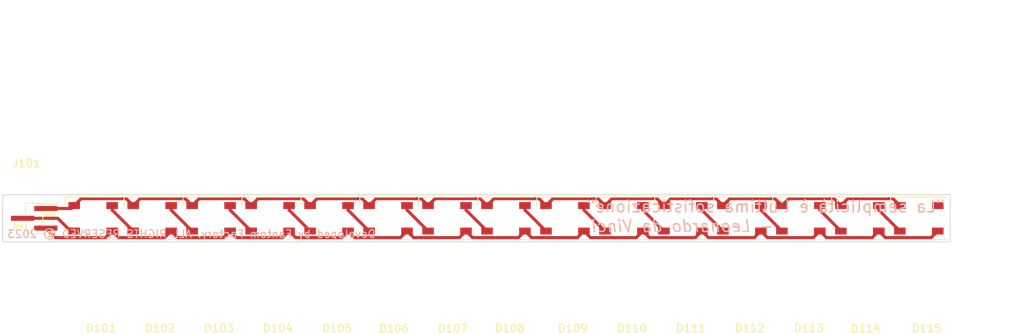
<source format=kicad_pcb>
(kicad_pcb (version 20211014) (generator pcbnew)
  (layers (0 "F.Cu" signal) (31 "B.Cu" signal) (34 "B.Paste" user) (35 "F.Paste" user) (36 "B.SilkS" user "B.Silkscreen") (37 "F.SilkS" user "F.Silkscreen") (38 "B.Mask" user) (39 "F.Mask" user) (44 "Edge.Cuts" user))
  (net 0 "")
  (net 1 "Net-(D101-Pad1)")
  (net 2 "Net-(D101-Pad2)")
  (net 3 "Net-(D101-Pad3)")
  (net 4 "Net-(D101-Pad4)")
  (net 5 "Net-(D102-Pad2)")
  (net 6 "Net-(D103-Pad2)")
  (net 7 "Net-(D104-Pad2)")
  (net 8 "Net-(D105-Pad2)")
  (net 9 "Net-(D106-Pad2)")
  (net 10 "Net-(D107-Pad2)")
  (net 11 "Net-(D114-Pad2)")
  (net 12 "Net-(D108-Pad2)")
  (net 13 "Net-(D109-Pad2)")
  (net 14 "Net-(D110-Pad2)")
  (net 15 "Net-(D111-Pad2)")
  (net 16 "Net-(D112-Pad2)")
  (net 17 "Net-(D113-Pad2)")
  (footprint "LED_SMD:LED_WS2812B_PLCC4_5.0x5.0mm_P3.2mm" (layer "F.Cu") (at 132.08 86.36 180)
    (fp_text reference "D106" (at -0.762 -14.28 180) (layer "F.SilkS"))
    (fp_text value "WS2812B")
    (fp_line (start -3.65 2.75) (end 3.65 2.75) (layer "F.SilkS") (width 0.12))
    (fp_line (start 3.65 2.75) (end 3.65 1.6) (layer "F.SilkS") (width 0.12))
    (fp_line (start -3.65 -2.75) (end 3.65 -2.75) (layer "F.SilkS") (width 0.12))
    (pad "1" smd rect (at -2.45 -1.65 180) (size 1.5 0.9) (layers "F.Cu" "F.Paste" "F.Mask") (net 1 "Net-(D101-Pad1)"))
    (pad "2" smd rect (at -2.45 1.65 180) (size 1.5 0.9) (layers "F.Cu" "F.Paste" "F.Mask") (net 9 "Net-(D106-Pad2)"))
    (pad "3" smd rect (at 2.45 1.65 180) (size 1.5 0.9) (layers "F.Cu" "F.Paste" "F.Mask") (net 3 "Net-(D101-Pad3)"))
    (pad "4" smd rect (at 2.45 -1.65 180) (size 1.5 0.9) (layers "F.Cu" "F.Paste" "F.Mask") (net 8 "Net-(D105-Pad2)"))
  )
  (footprint "LED_SMD:LED_WS2812B_PLCC4_5.0x5.0mm_P3.2mm" (layer "F.Cu") (at 200.66 86.36 180)
    (fp_text reference "D115" (at -1.016 -14.224) (layer "F.SilkS"))
    (fp_text value "WS2812B")
    (fp_line (start -3.65 2.75) (end 3.65 2.75) (layer "F.SilkS") (width 0.12))
    (fp_line (start 3.65 2.75) (end 3.65 1.6) (layer "F.SilkS") (width 0.12))
    (fp_line (start -3.65 -2.75) (end 3.65 -2.75) (layer "F.SilkS") (width 0.12))
    (pad "1" smd rect (at -2.45 -1.65 180) (size 1.5 0.9) (layers "F.Cu" "F.Paste" "F.Mask") (net 1 "Net-(D101-Pad1)"))
    (pad "2" smd rect (at -2.45 1.65 180) (size 1.5 0.9) (layers "F.Cu" "F.Paste" "F.Mask"))
    (pad "3" smd rect (at 2.45 1.65 180) (size 1.5 0.9) (layers "F.Cu" "F.Paste" "F.Mask") (net 3 "Net-(D101-Pad3)"))
    (pad "4" smd rect (at 2.45 -1.65 180) (size 1.5 0.9) (layers "F.Cu" "F.Paste" "F.Mask") (net 11 "Net-(D114-Pad2)"))
  )
  (footprint "LED_SMD:LED_WS2812B_PLCC4_5.0x5.0mm_P3.2mm" (layer "F.Cu") (at 124.46 86.36 180)
    (fp_text reference "D105" (at -1.016 -14.224) (layer "F.SilkS"))
    (fp_text value "WS2812B")
    (fp_line (start -3.65 -2.75) (end 3.65 -2.75) (layer "F.SilkS") (width 0.12))
    (fp_line (start 3.65 2.75) (end 3.65 1.6) (layer "F.SilkS") (width 0.12))
    (fp_line (start -3.65 2.75) (end 3.65 2.75) (layer "F.SilkS") (width 0.12))
    (pad "1" smd rect (at -2.45 -1.65 180) (size 1.5 0.9) (layers "F.Cu" "F.Paste" "F.Mask") (net 1 "Net-(D101-Pad1)"))
    (pad "2" smd rect (at -2.45 1.65 180) (size 1.5 0.9) (layers "F.Cu" "F.Paste" "F.Mask") (net 8 "Net-(D105-Pad2)"))
    (pad "3" smd rect (at 2.45 1.65 180) (size 1.5 0.9) (layers "F.Cu" "F.Paste" "F.Mask") (net 3 "Net-(D101-Pad3)"))
    (pad "4" smd rect (at 2.45 -1.65 180) (size 1.5 0.9) (layers "F.Cu" "F.Paste" "F.Mask") (net 7 "Net-(D104-Pad2)"))
  )
  (footprint "LED_SMD:LED_WS2812B_PLCC4_5.0x5.0mm_P3.2mm" (layer "F.Cu") (at 147.32 86.36 180)
    (fp_text reference "D108" (at -0.476 -14.224) (layer "F.SilkS"))
    (fp_text value "WS2812B")
    (fp_line (start -3.65 -2.75) (end 3.65 -2.75) (layer "F.SilkS") (width 0.12))
    (fp_line (start -3.65 2.75) (end 3.65 2.75) (layer "F.SilkS") (width 0.12))
    (fp_line (start 3.65 2.75) (end 3.65 1.6) (layer "F.SilkS") (width 0.12))
    (pad "1" smd rect (at -2.45 -1.65 180) (size 1.5 0.9) (layers "F.Cu" "F.Paste" "F.Mask") (net 1 "Net-(D101-Pad1)"))
    (pad "2" smd rect (at -2.45 1.65 180) (size 1.5 0.9) (layers "F.Cu" "F.Paste" "F.Mask") (net 12 "Net-(D108-Pad2)"))
    (pad "3" smd rect (at 2.45 1.65 180) (size 1.5 0.9) (layers "F.Cu" "F.Paste" "F.Mask") (net 3 "Net-(D101-Pad3)"))
    (pad "4" smd rect (at 2.45 -1.65 180) (size 1.5 0.9) (layers "F.Cu" "F.Paste" "F.Mask") (net 10 "Net-(D107-Pad2)"))
  )
  (footprint "Connector_PinHeader_1.27mm:PinHeader_1x03_P1.27mm_Vertical_SMD_Pin1Right" (layer "F.Cu") (at 86.36 86.36)
    (fp_text reference "J101" (at -1.016 -7.112) (layer "F.SilkS"))
    (fp_text value "Conn_01x03")
    (fp_line (start -1.11 -1.965) (end 1.11 -1.965) (layer "F.SilkS") (width 0.12))
    (fp_line (start 1.11 -1.855) (end 2.94 -1.855) (layer "F.SilkS") (width 0.12))
    (fp_line (start -1.11 0.585) (end -1.11 1.955) (layer "F.SilkS") (width 0.12))
    (fp_line (start -1.11 -1.955) (end -1.11 -0.585) (layer "F.SilkS") (width 0.12))
    (fp_line (start -1.11 1.965) (end 1.11 1.965) (layer "F.SilkS") (width 0.12))
    (fp_line (start 1.11 -1.965) (end 1.11 -1.855) (layer "F.SilkS") (width 0.12))
    (fp_line (start 1.11 -0.685) (end 1.11 0.685) (layer "F.SilkS") (width 0.12))
    (fp_line (start -1.11 1.855) (end -1.11 1.965) (layer "F.SilkS") (width 0.12))
    (pad "1" smd rect (at 1.5 -1.27) (size 3 0.65) (layers "F.Cu" "F.Paste" "F.Mask") (net 3 "Net-(D101-Pad3)"))
    (pad "2" smd rect (at -1.5 0) (size 3 0.65) (layers "F.Cu" "F.Paste" "F.Mask") (net 4 "Net-(D101-Pad4)"))
    (pad "3" smd rect (at 1.5 1.27) (size 3 0.65) (layers "F.Cu" "F.Paste" "F.Mask") (net 1 "Net-(D101-Pad1)"))
  )
  (footprint "LED_SMD:LED_WS2812B_PLCC4_5.0x5.0mm_P3.2mm" (layer "F.Cu") (at 170.18 86.36 180)
    (fp_text reference "D111" (at -1.016 -14.224) (layer "F.SilkS"))
    (fp_text value "WS2812B")
    (fp_line (start -3.65 2.75) (end 3.65 2.75) (layer "F.SilkS") (width 0.12))
    (fp_line (start -3.65 -2.75) (end 3.65 -2.75) (layer "F.SilkS") (width 0.12))
    (fp_line (start 3.65 2.75) (end 3.65 1.6) (layer "F.SilkS") (width 0.12))
    (pad "1" smd rect (at -2.45 -1.65 180) (size 1.5 0.9) (layers "F.Cu" "F.Paste" "F.Mask") (net 1 "Net-(D101-Pad1)"))
    (pad "2" smd rect (at -2.45 1.65 180) (size 1.5 0.9) (layers "F.Cu" "F.Paste" "F.Mask") (net 15 "Net-(D111-Pad2)"))
    (pad "3" smd rect (at 2.45 1.65 180) (size 1.5 0.9) (layers "F.Cu" "F.Paste" "F.Mask") (net 3 "Net-(D101-Pad3)"))
    (pad "4" smd rect (at 2.45 -1.65 180) (size 1.5 0.9) (layers "F.Cu" "F.Paste" "F.Mask") (net 14 "Net-(D110-Pad2)"))
  )
  (footprint "LED_SMD:LED_WS2812B_PLCC4_5.0x5.0mm_P3.2mm" (layer "F.Cu") (at 162.56 86.36 180)
    (fp_text reference "D110" (at -1.016 -14.224) (layer "F.SilkS"))
    (fp_text value "WS2812B")
    (fp_line (start -3.65 -2.75) (end 3.65 -2.75) (layer "F.SilkS") (width 0.12))
    (fp_line (start -3.65 2.75) (end 3.65 2.75) (layer "F.SilkS") (width 0.12))
    (fp_line (start 3.65 2.75) (end 3.65 1.6) (layer "F.SilkS") (width 0.12))
    (pad "1" smd rect (at -2.45 -1.65 180) (size 1.5 0.9) (layers "F.Cu" "F.Paste" "F.Mask") (net 1 "Net-(D101-Pad1)"))
    (pad "2" smd rect (at -2.45 1.65 180) (size 1.5 0.9) (layers "F.Cu" "F.Paste" "F.Mask") (net 14 "Net-(D110-Pad2)"))
    (pad "3" smd rect (at 2.45 1.65 180) (size 1.5 0.9) (layers "F.Cu" "F.Paste" "F.Mask") (net 3 "Net-(D101-Pad3)"))
    (pad "4" smd rect (at 2.45 -1.65 180) (size 1.5 0.9) (layers "F.Cu" "F.Paste" "F.Mask") (net 13 "Net-(D109-Pad2)"))
  )
  (footprint "LED_SMD:LED_WS2812B_PLCC4_5.0x5.0mm_P3.2mm" (layer "F.Cu") (at 139.7 86.36 180)
    (fp_text reference "D107" (at -0.762 -14.28) (layer "F.SilkS"))
    (fp_text value "WS2812B")
    (fp_line (start 3.65 2.75) (end 3.65 1.6) (layer "F.SilkS") (width 0.12))
    (fp_line (start -3.65 -2.75) (end 3.65 -2.75) (layer "F.SilkS") (width 0.12))
    (fp_line (start -3.65 2.75) (end 3.65 2.75) (layer "F.SilkS") (width 0.12))
    (pad "1" smd rect (at -2.45 -1.65 180) (size 1.5 0.9) (layers "F.Cu" "F.Paste" "F.Mask") (net 1 "Net-(D101-Pad1)"))
    (pad "2" smd rect (at -2.45 1.65 180) (size 1.5 0.9) (layers "F.Cu" "F.Paste" "F.Mask") (net 10 "Net-(D107-Pad2)"))
    (pad "3" smd rect (at 2.45 1.65 180) (size 1.5 0.9) (layers "F.Cu" "F.Paste" "F.Mask") (net 3 "Net-(D101-Pad3)"))
    (pad "4" smd rect (at 2.45 -1.65 180) (size 1.5 0.9) (layers "F.Cu" "F.Paste" "F.Mask") (net 9 "Net-(D106-Pad2)"))
  )
  (footprint "LED_SMD:LED_WS2812B_PLCC4_5.0x5.0mm_P3.2mm" (layer "F.Cu") (at 116.84 86.36 180)
    (fp_text reference "D104" (at -1.016 -14.224) (layer "F.SilkS"))
    (fp_text value "WS2812B")
    (fp_line (start -3.65 -2.75) (end 3.65 -2.75) (layer "F.SilkS") (width 0.12))
    (fp_line (start 3.65 2.75) (end 3.65 1.6) (layer "F.SilkS") (width 0.12))
    (fp_line (start -3.65 2.75) (end 3.65 2.75) (layer "F.SilkS") (width 0.12))
    (pad "1" smd rect (at -2.45 -1.65 180) (size 1.5 0.9) (layers "F.Cu" "F.Paste" "F.Mask") (net 1 "Net-(D101-Pad1)"))
    (pad "2" smd rect (at -2.45 1.65 180) (size 1.5 0.9) (layers "F.Cu" "F.Paste" "F.Mask") (net 7 "Net-(D104-Pad2)"))
    (pad "3" smd rect (at 2.45 1.65 180) (size 1.5 0.9) (layers "F.Cu" "F.Paste" "F.Mask") (net 3 "Net-(D101-Pad3)"))
    (pad "4" smd rect (at 2.45 -1.65 180) (size 1.5 0.9) (layers "F.Cu" "F.Paste" "F.Mask") (net 6 "Net-(D103-Pad2)"))
  )
  (footprint "LED_SMD:LED_WS2812B_PLCC4_5.0x5.0mm_P3.2mm" (layer "F.Cu") (at 101.6 86.36 180)
    (fp_text reference "D102" (at -1.016 -14.224) (layer "F.SilkS"))
    (fp_text value "WS2812B")
    (fp_line (start 3.65 2.75) (end 3.65 1.6) (layer "F.SilkS") (width 0.12))
    (fp_line (start -3.65 2.75) (end 3.65 2.75) (layer "F.SilkS") (width 0.12))
    (fp_line (start -3.65 -2.75) (end 3.65 -2.75) (layer "F.SilkS") (width 0.12))
    (pad "1" smd rect (at -2.45 -1.65 180) (size 1.5 0.9) (layers "F.Cu" "F.Paste" "F.Mask") (net 1 "Net-(D101-Pad1)"))
    (pad "2" smd rect (at -2.45 1.65 180) (size 1.5 0.9) (layers "F.Cu" "F.Paste" "F.Mask") (net 5 "Net-(D102-Pad2)"))
    (pad "3" smd rect (at 2.45 1.65 180) (size 1.5 0.9) (layers "F.Cu" "F.Paste" "F.Mask") (net 3 "Net-(D101-Pad3)"))
    (pad "4" smd rect (at 2.45 -1.65 180) (size 1.5 0.9) (layers "F.Cu" "F.Paste" "F.Mask") (net 2 "Net-(D101-Pad2)"))
  )
  (footprint "LED_SMD:LED_WS2812B_PLCC4_5.0x5.0mm_P3.2mm" (layer "F.Cu") (at 109.22 86.36 180)
    (fp_text reference "D103" (at -1.016 -14.224) (layer "F.SilkS"))
    (fp_text value "WS2812B")
    (fp_line (start -3.65 2.75) (end 3.65 2.75) (layer "F.SilkS") (width 0.12))
    (fp_line (start -3.65 -2.75) (end 3.65 -2.75) (layer "F.SilkS") (width 0.12))
    (fp_line (start 3.65 2.75) (end 3.65 1.6) (layer "F.SilkS") (width 0.12))
    (pad "1" smd rect (at -2.45 -1.65 180) (size 1.5 0.9) (layers "F.Cu" "F.Paste" "F.Mask") (net 1 "Net-(D101-Pad1)"))
    (pad "2" smd rect (at -2.45 1.65 180) (size 1.5 0.9) (layers "F.Cu" "F.Paste" "F.Mask") (net 6 "Net-(D103-Pad2)"))
    (pad "3" smd rect (at 2.45 1.65 180) (size 1.5 0.9) (layers "F.Cu" "F.Paste" "F.Mask") (net 3 "Net-(D101-Pad3)"))
    (pad "4" smd rect (at 2.45 -1.65 180) (size 1.5 0.9) (layers "F.Cu" "F.Paste" "F.Mask") (net 5 "Net-(D102-Pad2)"))
  )
  (footprint "LED_SMD:LED_WS2812B_PLCC4_5.0x5.0mm_P3.2mm" (layer "F.Cu") (at 193.04 86.36 180)
    (fp_text reference "D114" (at -0.762 -14.28) (layer "F.SilkS"))
    (fp_text value "WS2812B")
    (fp_line (start -3.65 2.75) (end 3.65 2.75) (layer "F.SilkS") (width 0.12))
    (fp_line (start 3.65 2.75) (end 3.65 1.6) (layer "F.SilkS") (width 0.12))
    (fp_line (start -3.65 -2.75) (end 3.65 -2.75) (layer "F.SilkS") (width 0.12))
    (pad "1" smd rect (at -2.45 -1.65 180) (size 1.5 0.9) (layers "F.Cu" "F.Paste" "F.Mask") (net 1 "Net-(D101-Pad1)"))
    (pad "2" smd rect (at -2.45 1.65 180) (size 1.5 0.9) (layers "F.Cu" "F.Paste" "F.Mask") (net 11 "Net-(D114-Pad2)"))
    (pad "3" smd rect (at 2.45 1.65 180) (size 1.5 0.9) (layers "F.Cu" "F.Paste" "F.Mask") (net 3 "Net-(D101-Pad3)"))
    (pad "4" smd rect (at 2.45 -1.65 180) (size 1.5 0.9) (layers "F.Cu" "F.Paste" "F.Mask") (net 17 "Net-(D113-Pad2)"))
  )
  (footprint "LED_SMD:LED_WS2812B_PLCC4_5.0x5.0mm_P3.2mm" (layer "F.Cu") (at 154.94 86.36 180)
    (fp_text reference "D109" (at -1.016 -14.224) (layer "F.SilkS"))
    (fp_text value "WS2812B")
    (fp_line (start -3.65 -2.75) (end 3.65 -2.75) (layer "F.SilkS") (width 0.12))
    (fp_line (start -3.65 2.75) (end 3.65 2.75) (layer "F.SilkS") (width 0.12))
    (fp_line (start 3.65 2.75) (end 3.65 1.6) (layer "F.SilkS") (width 0.12))
    (pad "1" smd rect (at -2.45 -1.65 180) (size 1.5 0.9) (layers "F.Cu" "F.Paste" "F.Mask") (net 1 "Net-(D101-Pad1)"))
    (pad "2" smd rect (at -2.45 1.65 180) (size 1.5 0.9) (layers "F.Cu" "F.Paste" "F.Mask") (net 13 "Net-(D109-Pad2)"))
    (pad "3" smd rect (at 2.45 1.65 180) (size 1.5 0.9) (layers "F.Cu" "F.Paste" "F.Mask") (net 3 "Net-(D101-Pad3)"))
    (pad "4" smd rect (at 2.45 -1.65 180) (size 1.5 0.9) (layers "F.Cu" "F.Paste" "F.Mask") (net 12 "Net-(D108-Pad2)"))
  )
  (footprint "LED_SMD:LED_WS2812B_PLCC4_5.0x5.0mm_P3.2mm" (layer "F.Cu") (at 93.98 86.36 180)
    (fp_text reference "D101" (at -1.016 -14.224) (layer "F.SilkS"))
    (fp_text value "WS2812B")
    (fp_line (start 3.65 2.75) (end 3.65 1.6) (layer "F.SilkS") (width 0.12))
    (fp_line (start -3.65 -2.75) (end 3.65 -2.75) (layer "F.SilkS") (width 0.12))
    (fp_line (start -3.65 2.75) (end 3.65 2.75) (layer "F.SilkS") (width 0.12))
    (pad "1" smd rect (at -2.45 -1.65 180) (size 1.5 0.9) (layers "F.Cu" "F.Paste" "F.Mask") (net 1 "Net-(D101-Pad1)"))
    (pad "2" smd rect (at -2.45 1.65 180) (size 1.5 0.9) (layers "F.Cu" "F.Paste" "F.Mask") (net 2 "Net-(D101-Pad2)"))
    (pad "3" smd rect (at 2.45 1.65 180) (size 1.5 0.9) (layers "F.Cu" "F.Paste" "F.Mask") (net 3 "Net-(D101-Pad3)"))
    (pad "4" smd rect (at 2.45 -1.65 180) (size 1.5 0.9) (layers "F.Cu" "F.Paste" "F.Mask") (net 4 "Net-(D101-Pad4)"))
  )
  (footprint "LED_SMD:LED_WS2812B_PLCC4_5.0x5.0mm_P3.2mm" (layer "F.Cu") (at 185.42 86.36 180)
    (fp_text reference "D113" (at -1.016 -14.224) (layer "F.SilkS"))
    (fp_text value "WS2812B")
    (fp_line (start -3.65 2.75) (end 3.65 2.75) (layer "F.SilkS") (width 0.12))
    (fp_line (start -3.65 -2.75) (end 3.65 -2.75) (layer "F.SilkS") (width 0.12))
    (fp_line (start 3.65 2.75) (end 3.65 1.6) (layer "F.SilkS") (width 0.12))
    (pad "1" smd rect (at -2.45 -1.65 180) (size 1.5 0.9) (layers "F.Cu" "F.Paste" "F.Mask") (net 1 "Net-(D101-Pad1)"))
    (pad "2" smd rect (at -2.45 1.65 180) (size 1.5 0.9) (layers "F.Cu" "F.Paste" "F.Mask") (net 17 "Net-(D113-Pad2)"))
    (pad "3" smd rect (at 2.45 1.65 180) (size 1.5 0.9) (layers "F.Cu" "F.Paste" "F.Mask") (net 3 "Net-(D101-Pad3)"))
    (pad "4" smd rect (at 2.45 -1.65 180) (size 1.5 0.9) (layers "F.Cu" "F.Paste" "F.Mask") (net 16 "Net-(D112-Pad2)"))
  )
  (footprint "LED_SMD:LED_WS2812B_PLCC4_5.0x5.0mm_P3.2mm" (layer "F.Cu") (at 177.8 86.36 180)
    (fp_text reference "D112" (at -1.016 -14.224) (layer "F.SilkS"))
    (fp_text value "WS2812B")
    (fp_line (start -3.65 -2.75) (end 3.65 -2.75) (layer "F.SilkS") (width 0.12))
    (fp_line (start -3.65 2.75) (end 3.65 2.75) (layer "F.SilkS") (width 0.12))
    (fp_line (start 3.65 2.75) (end 3.65 1.6) (layer "F.SilkS") (width 0.12))
    (pad "1" smd rect (at -2.45 -1.65 180) (size 1.5 0.9) (layers "F.Cu" "F.Paste" "F.Mask") (net 1 "Net-(D101-Pad1)"))
    (pad "2" smd rect (at -2.45 1.65 180) (size 1.5 0.9) (layers "F.Cu" "F.Paste" "F.Mask") (net 16 "Net-(D112-Pad2)"))
    (pad "3" smd rect (at 2.45 1.65 180) (size 1.5 0.9) (layers "F.Cu" "F.Paste" "F.Mask") (net 3 "Net-(D101-Pad3)"))
    (pad "4" smd rect (at 2.45 -1.65 180) (size 1.5 0.9) (layers "F.Cu" "F.Paste" "F.Mask") (net 15 "Net-(D111-Pad2)"))
  )
  (gr_rect (start 82.296 83.312) (end 204.724 89.408) (layer "Edge.Cuts") (width 0.1) (fill none))
  (gr_text "{dblquote}La semplicità è l'ultima sofisticazione{dblquote}\n" (at 180.848 84.836) (layer "B.SilkS") (effects (font (size 1.5 1.5) (thickness 0.2)) (justify mirror)))
  (gr_text "- Leonardo da Vinci" (at 170.18 87.376) (layer "B.SilkS") (effects (font (size 1.5 1.5) (thickness 0.2) italic) (justify mirror)))
  (gr_text "Developed by Fantom Factory. ALL RIGHTS RESERVED © 2023" (at 106.68 88.392) (layer "B.SilkS") (effects (font (size 1 1)) (justify mirror)))
  (gr_text "DIN" (at 84.328 87.376) (layer "F.SilkS") (effects (font (size 0.5 0.5) (thickness 0.1))))
  (gr_text "VDD" (at 88.392 88.392) (layer "F.SilkS") (effects (font (size 0.5 0.5) (thickness 0.1))))
  (gr_text "GND" (at 88.392 85.852) (layer "F.SilkS") (effects (font (size 0.5 0.5) (thickness 0.1))))
  (segment (start 165.01 88.01) (end 165.86 88.86) (width 0.4) (layer "F.Cu") (net 1))
  (segment (start 143 88.86) (end 148.92 88.86) (width 0.4) (layer "F.Cu") (net 1))
  (segment (start 187.02 88.86) (end 187.87 88.01) (width 0.4) (layer "F.Cu") (net 1))
  (segment (start 104.05 88.01) (end 104.9 88.86) (width 0.4) (layer "F.Cu") (net 1))
  (segment (start 202.26 88.86) (end 203.11 88.01) (width 0.4) (layer "F.Cu") (net 1))
  (segment (start 180.25 88.01) (end 181.1 88.86) (width 0.4) (layer "F.Cu") (net 1))
  (segment (start 120.14 88.86) (end 126.06 88.86) (width 0.4) (layer "F.Cu") (net 1))
  (segment (start 104.9 88.86) (end 110.82 88.86) (width 0.4) (layer "F.Cu") (net 1))
  (segment (start 196.34 88.86) (end 202.26 88.86) (width 0.4) (layer "F.Cu") (net 1))
  (segment (start 179.4 88.86) (end 180.25 88.01) (width 0.4) (layer "F.Cu") (net 1))
  (segment (start 164.16 88.86) (end 165.01 88.01) (width 0.4) (layer "F.Cu") (net 1))
  (segment (start 126.91 88.01) (end 127.76 88.86) (width 0.4) (layer "F.Cu") (net 1))
  (segment (start 173.48 88.86) (end 179.4 88.86) (width 0.4) (layer "F.Cu") (net 1))
  (segment (start 87.86 87.63) (end 89.09 88.86) (width 0.4) (layer "F.Cu") (net 1))
  (segment (start 127.76 88.86) (end 133.68 88.86) (width 0.4) (layer "F.Cu") (net 1))
  (segment (start 165.86 88.86) (end 171.78 88.86) (width 0.4) (layer "F.Cu") (net 1))
  (segment (start 171.78 88.86) (end 172.63 88.01) (width 0.4) (layer "F.Cu") (net 1))
  (segment (start 103.2 88.86) (end 104.05 88.01) (width 0.4) (layer "F.Cu") (net 1))
  (segment (start 156.54 88.86) (end 157.39 88.01) (width 0.4) (layer "F.Cu") (net 1))
  (segment (start 111.67 88.01) (end 112.52 88.86) (width 0.4) (layer "F.Cu") (net 1))
  (segment (start 195.49 88.01) (end 196.34 88.86) (width 0.4) (layer "F.Cu") (net 1))
  (segment (start 142.15 88.01) (end 143 88.86) (width 0.4) (layer "F.Cu") (net 1))
  (segment (start 110.82 88.86) (end 111.67 88.01) (width 0.4) (layer "F.Cu") (net 1))
  (segment (start 126.06 88.86) (end 126.91 88.01) (width 0.4) (layer "F.Cu") (net 1))
  (segment (start 97.28 88.86) (end 103.2 88.86) (width 0.4) (layer "F.Cu") (net 1))
  (segment (start 149.77 88.01) (end 150.62 88.86) (width 0.4) (layer "F.Cu") (net 1))
  (segment (start 118.44 88.86) (end 119.29 88.01) (width 0.4) (layer "F.Cu") (net 1))
  (segment (start 157.39 88.01) (end 158.24 88.86) (width 0.4) (layer "F.Cu") (net 1))
  (segment (start 119.29 88.01) (end 120.14 88.86) (width 0.4) (layer "F.Cu") (net 1))
  (segment (start 188.72 88.86) (end 194.64 88.86) (width 0.4) (layer "F.Cu") (net 1))
  (segment (start 150.62 88.86) (end 156.54 88.86) (width 0.4) (layer "F.Cu") (net 1))
  (segment (start 112.52 88.86) (end 118.44 88.86) (width 0.4) (layer "F.Cu") (net 1))
  (segment (start 95.58 88.86) (end 96.43 88.01) (width 0.4) (layer "F.Cu") (net 1))
  (segment (start 134.53 88.01) (end 135.38 88.86) (width 0.4) (layer "F.Cu") (net 1))
  (segment (start 172.63 88.01) (end 173.48 88.86) (width 0.4) (layer "F.Cu") (net 1))
  (segment (start 158.24 88.86) (end 164.16 88.86) (width 0.4) (layer "F.Cu") (net 1))
  (segment (start 89.09 88.86) (end 95.58 88.86) (width 0.4) (layer "F.Cu") (net 1))
  (segment (start 135.38 88.86) (end 141.3 88.86) (width 0.4) (layer "F.Cu") (net 1))
  (segment (start 187.87 88.01) (end 188.72 88.86) (width 0.4) (layer "F.Cu") (net 1))
  (segment (start 148.92 88.86) (end 149.77 88.01) (width 0.4) (layer "F.Cu") (net 1))
  (segment (start 181.1 88.86) (end 187.02 88.86) (width 0.4) (layer "F.Cu") (net 1))
  (segment (start 194.64 88.86) (end 195.49 88.01) (width 0.4) (layer "F.Cu") (net 1))
  (segment (start 141.3 88.86) (end 142.15 88.01) (width 0.4) (layer "F.Cu") (net 1))
  (segment (start 133.68 88.86) (end 134.53 88.01) (width 0.4) (layer "F.Cu") (net 1))
  (segment (start 96.43 88.01) (end 97.28 88.86) (width 0.4) (layer "F.Cu") (net 1))
  (segment (start 96.43 85.29) (end 96.43 84.71) (width 0.4) (layer "F.Cu") (net 2))
  (segment (start 99.15 88.01) (end 96.43 85.29) (width 0.4) (layer "F.Cu") (net 2))
  (segment (start 107.66 83.82) (end 113.5 83.82) (width 0.4) (layer "F.Cu") (net 3))
  (segment (start 87.86 85.09) (end 91.15 85.09) (width 0.4) (layer "F.Cu") (net 3))
  (segment (start 144.87 84.71) (end 145.76 83.82) (width 0.4) (layer "F.Cu") (net 3))
  (segment (start 160.11 84.71) (end 161 83.82) (width 0.4) (layer "F.Cu") (net 3))
  (segment (start 189.7 83.82) (end 190.59 84.71) (width 0.4) (layer "F.Cu") (net 3))
  (segment (start 175.35 84.71) (end 176.24 83.82) (width 0.4) (layer "F.Cu") (net 3))
  (segment (start 122.9 83.82) (end 128.74 83.82) (width 0.4) (layer "F.Cu") (net 3))
  (segment (start 130.52 83.82) (end 136.36 83.82) (width 0.4) (layer "F.Cu") (net 3))
  (segment (start 114.39 84.71) (end 115.28 83.82) (width 0.4) (layer "F.Cu") (net 3))
  (segment (start 176.24 83.82) (end 182.08 83.82) (width 0.4) (layer "F.Cu") (net 3))
  (segment (start 143.98 83.82) (end 144.87 84.71) (width 0.4) (layer "F.Cu") (net 3))
  (segment (start 197.32 83.82) (end 198.21 84.71) (width 0.4) (layer "F.Cu") (net 3))
  (segment (start 182.97 84.71) (end 183.86 83.82) (width 0.4) (layer "F.Cu") (net 3))
  (segment (start 92.42 83.82) (end 98.26 83.82) (width 0.4) (layer "F.Cu") (net 3))
  (segment (start 113.5 83.82) (end 114.39 84.71) (width 0.4) (layer "F.Cu") (net 3))
  (segment (start 161 83.82) (end 166.84 83.82) (width 0.4) (layer "F.Cu") (net 3))
  (segment (start 153.38 83.82) (end 159.22 83.82) (width 0.4) (layer "F.Cu") (net 3))
  (segment (start 166.84 83.82) (end 167.73 84.71) (width 0.4) (layer "F.Cu") (net 3))
  (segment (start 168.62 83.82) (end 174.46 83.82) (width 0.4) (layer "F.Cu") (net 3))
  (segment (start 115.28 83.82) (end 121.12 83.82) (width 0.4) (layer "F.Cu") (net 3))
  (segment (start 100.04 83.82) (end 105.88 83.82) (width 0.4) (layer "F.Cu") (net 3))
  (segment (start 128.74 83.82) (end 129.63 84.71) (width 0.4) (layer "F.Cu") (net 3))
  (segment (start 191.48 83.82) (end 197.32 83.82) (width 0.4) (layer "F.Cu") (net 3))
  (segment (start 159.22 83.82) (end 160.11 84.71) (width 0.4) (layer "F.Cu") (net 3))
  (segment (start 105.88 83.82) (end 106.77 84.71) (width 0.4) (layer "F.Cu") (net 3))
  (segment (start 91.53 84.71) (end 92.42 83.82) (width 0.4) (layer "F.Cu") (net 3))
  (segment (start 91.15 85.09) (end 91.53 84.71) (width 0.4) (layer "F.Cu") (net 3))
  (segment (start 182.08 83.82) (end 182.97 84.71) (width 0.4) (layer "F.Cu") (net 3))
  (segment (start 129.63 84.71) (end 130.52 83.82) (width 0.4) (layer "F.Cu") (net 3))
  (segment (start 136.36 83.82) (end 137.25 84.71) (width 0.4) (layer "F.Cu") (net 3))
  (segment (start 167.73 84.71) (end 168.62 83.82) (width 0.4) (layer "F.Cu") (net 3))
  (segment (start 145.76 83.82) (end 151.6 83.82) (width 0.4) (layer "F.Cu") (net 3))
  (segment (start 106.77 84.71) (end 107.66 83.82) (width 0.4) (layer "F.Cu") (net 3))
  (segment (start 99.15 84.71) (end 100.04 83.82) (width 0.4) (layer "F.Cu") (net 3))
  (segment (start 183.86 83.82) (end 189.7 83.82) (width 0.4) (layer "F.Cu") (net 3))
  (segment (start 151.6 83.82) (end 152.49 84.71) (width 0.4) (layer "F.Cu") (net 3))
  (segment (start 190.59 84.71) (end 191.48 83.82) (width 0.4) (layer "F.Cu") (net 3))
  (segment (start 152.49 84.71) (end 153.38 83.82) (width 0.4) (layer "F.Cu") (net 3))
  (segment (start 98.26 83.82) (end 99.15 84.71) (width 0.4) (layer "F.Cu") (net 3))
  (segment (start 122.01 84.71) (end 122.9 83.82) (width 0.4) (layer "F.Cu") (net 3))
  (segment (start 121.12 83.82) (end 122.01 84.71) (width 0.4) (layer "F.Cu") (net 3))
  (segment (start 138.14 83.82) (end 143.98 83.82) (width 0.4) (layer "F.Cu") (net 3))
  (segment (start 137.25 84.71) (end 138.14 83.82) (width 0.4) (layer "F.Cu") (net 3))
  (segment (start 174.46 83.82) (end 175.35 84.71) (width 0.4) (layer "F.Cu") (net 3))
  (segment (start 91.53 88.01) (end 91.058 88.01) (width 0.4) (layer "F.Cu") (net 4))
  (segment (start 91.058 88.01) (end 89.408 86.36) (width 0.4) (layer "F.Cu") (net 4))
  (segment (start 89.408 86.36) (end 84.86 86.36) (width 0.4) (layer "F.Cu") (net 4))
  (segment (start 104.05 85.29) (end 104.05 84.71) (width 0.4) (layer "F.Cu") (net 5))
  (segment (start 106.77 88.01) (end 104.05 85.29) (width 0.4) (layer "F.Cu") (net 5))
  (segment (start 111.67 85.29) (end 111.67 84.71) (width 0.4) (layer "F.Cu") (net 6))
  (segment (start 114.39 88.01) (end 111.67 85.29) (width 0.4) (layer "F.Cu") (net 6))
  (segment (start 122.01 88.01) (end 119.29 85.29) (width 0.4) (layer "F.Cu") (net 7))
  (segment (start 119.29 85.29) (end 119.29 84.71) (width 0.4) (layer "F.Cu") (net 7))
  (segment (start 129.63 88.01) (end 126.91 85.29) (width 0.4) (layer "F.Cu") (net 8))
  (segment (start 126.91 85.29) (end 126.91 84.71) (width 0.4) (layer "F.Cu") (net 8))
  (segment (start 134.53 85.29) (end 134.53 84.71) (width 0.4) (layer "F.Cu") (net 9))
  (segment (start 137.25 88.01) (end 134.53 85.29) (width 0.4) (layer "F.Cu") (net 9))
  (segment (start 142.15 85.29) (end 142.15 84.71) (width 0.4) (layer "F.Cu") (net 10))
  (segment (start 144.87 88.01) (end 142.15 85.29) (width 0.4) (layer "F.Cu") (net 10))
  (segment (start 195.49 84.71) (end 195.49 85.29) (width 0.4) (layer "F.Cu") (net 11))
  (segment (start 195.49 85.29) (end 198.21 88.01) (width 0.4) (layer "F.Cu") (net 11))
  (segment (start 149.77 85.29) (end 149.77 84.71) (width 0.4) (layer "F.Cu") (net 12))
  (segment (start 152.49 88.01) (end 149.77 85.29) (width 0.4) (layer "F.Cu") (net 12))
  (segment (start 157.39 85.29) (end 157.39 84.71) (width 0.4) (layer "F.Cu") (net 13))
  (segment (start 160.11 88.01) (end 157.39 85.29) (width 0.4) (layer "F.Cu") (net 13))
  (segment (start 167.73 88.01) (end 165.01 85.29) (width 0.4) (layer "F.Cu") (net 14))
  (segment (start 165.01 85.29) (end 165.01 84.71) (width 0.4) (layer "F.Cu") (net 14))
  (segment (start 172.63 85.29) (end 172.63 84.71) (width 0.4) (layer "F.Cu") (net 15))
  (segment (start 175.35 88.01) (end 172.63 85.29) (width 0.4) (layer "F.Cu") (net 15))
  (segment (start 180.25 85.29) (end 180.25 84.71) (width 0.4) (layer "F.Cu") (net 16))
  (segment (start 182.97 88.01) (end 180.25 85.29) (width 0.4) (layer "F.Cu") (net 16))
  (segment (start 190.59 88.01) (end 187.87 85.29) (width 0.4) (layer "F.Cu") (net 17))
  (segment (start 187.87 85.29) (end 187.87 84.71) (width 0.4) (layer "F.Cu") (net 17))
)
</source>
